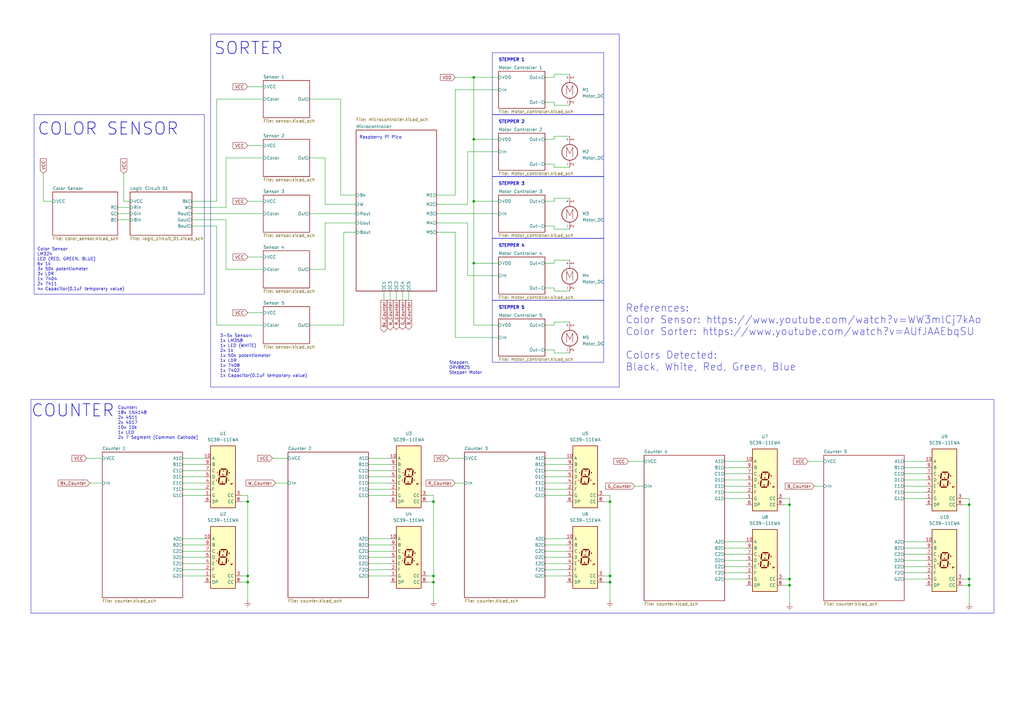
<source format=kicad_sch>
(kicad_sch (version 20230121) (generator eeschema)
  (paper "A3")
  (lib_symbols
    (symbol "Display_Character:SC39-11EWA"
      (property "Reference" "U" (at -3.81 13.97 0))
      (property "Value" "SC39-11EWA" (at 6.35 13.97 0))
      (symbol "SC39-11EWA_1_0"
        (text "A" (at 0.254 2.413 0) (effects (font (size 0.508 0.508))))
        (text "B" (at 2.54 1.651 0) (effects (font (size 0.508 0.508))))
        (text "C" (at 2.286 -1.397 0) (effects (font (size 0.508 0.508))))
        (text "D" (at -0.254 -2.159 0) (effects (font (size 0.508 0.508))))
        (text "DP" (at 3.556 -2.921 0) (effects (font (size 0.508 0.508))))
        (text "E" (at -2.54 -1.397 0) (effects (font (size 0.508 0.508))))
        (text "F" (at -2.286 1.651 0) (effects (font (size 0.508 0.508))))
        (text "G" (at 0 0.889 0) (effects (font (size 0.508 0.508))))
      )
      (symbol "SC39-11EWA_1_1"
        (rectangle (start -5.08 12.7) (end 5.08 -12.7) (stroke (width 0.254)) (fill (type background)))
        (polyline (pts (xy -1.524 -0.381) (xy -1.778 -2.413)) (stroke (width 0.508)))
        (polyline (pts (xy -1.27 -2.921) (xy 0.762 -2.921)) (stroke (width 0.508)))
        (polyline (pts (xy -1.27 2.667) (xy -1.524 0.635)) (stroke (width 0.508)))
        (polyline (pts (xy -1.016 0.127) (xy 1.016 0.127)) (stroke (width 0.508)))
        (polyline (pts (xy -0.762 3.175) (xy 1.27 3.175)) (stroke (width 0.508)))
        (polyline (pts (xy 1.524 -0.381) (xy 1.27 -2.413)) (stroke (width 0.508)))
        (polyline (pts (xy 1.778 2.667) (xy 1.524 0.635)) (stroke (width 0.508)))
        (polyline (pts (xy 2.54 -2.921) (xy 2.54 -2.921)) (stroke (width 0.508)))
        (pin input line (at -7.62 -7.62 0) (length 2.54) (name "G") (number "1"))
        (pin input line (at -7.62 7.62 0) (length 2.54) (name "A") (number "10"))
        (pin input line (at -7.62 -5.08 0) (length 2.54) (name "F") (number "2"))
        (pin input line (at 7.62 -7.62 180) (length 2.54) (name "CC") (number "3"))
        (pin input line (at -7.62 -2.54 0) (length 2.54) (name "E") (number "4"))
        (pin input line (at -7.62 0 0) (length 2.54) (name "D") (number "5"))
        (pin input line (at -7.62 -10.16 0) (length 2.54) (name "DP") (number "6"))
        (pin input line (at -7.62 2.54 0) (length 2.54) (name "C") (number "7"))
        (pin input line (at 7.62 -10.16 180) (length 2.54) (name "CC") (number "8"))
        (pin input line (at -7.62 5.08 0) (length 2.54) (name "B") (number "9"))
      )
    )
    (symbol "Motor:Motor_DC" (pin_names (offset 0))
      (property "Reference" "M" (at 2.54 2.54 0))
      (property "Value" "Motor_DC" (at 2.54 -5.08 0))
      (symbol "Motor_DC_0_0"
        (polyline (pts (xy -1.27 -3.302) (xy -1.27 0.508) (xy 0 -2.032) (xy 1.27 0.508) (xy 1.27 -3.302)))
      )
      (symbol "Motor_DC_0_1"
        (circle (center 0 -1.524) (radius 3.2512) (stroke (width 0.254)))
        (polyline (pts (xy 0 -7.62) (xy 0 -7.112)))
        (polyline (pts (xy 0 -4.7752) (xy 0 -5.1816)))
        (polyline (pts (xy 0 1.7272) (xy 0 2.0828)))
        (polyline (pts (xy 0 2.032) (xy 0 2.54)))
      )
      (symbol "Motor_DC_1_1"
        (pin passive line (at 0 5.08 270) (length 2.54) (name "+") (number "1"))
        (pin passive line (at 0 -7.62 90) (length 2.54) (name "-") (number "2"))
      )
    )
    (symbol "power:Earth" (power) (pin_names (offset 0))
      (symbol "Earth_0_1"
        (polyline (pts (xy -0.635 -1.905) (xy 0.635 -1.905)))
        (polyline (pts (xy -0.127 -2.54) (xy 0.127 -2.54)))
        (polyline (pts (xy 0 -1.27) (xy 0 0)))
        (polyline (pts (xy 1.27 -1.27) (xy -1.27 -1.27)))
      )
      (symbol "Earth_1_1"
        (pin power_in line (at 0 0 270) (length 0) hide (name "Earth") (number "1"))
      )
    )
  )
  (junction (at 250.19 205.74))
  (junction (at 101.6 236.22))
  (junction (at 194.31 107.95))
  (junction (at 323.85 240.03))
  (junction (at 101.6 205.74))
  (junction (at 250.19 238.76))
  (junction (at 323.85 207.01))
  (junction (at 177.8 236.22))
  (junction (at 177.8 238.76))
  (junction (at 194.31 31.75))
  (junction (at 397.51 237.49))
  (junction (at 194.31 82.55))
  (junction (at 323.85 237.49))
  (junction (at 101.6 238.76))
  (junction (at 250.19 236.22))
  (junction (at 397.51 240.03))
  (junction (at 177.8 205.74))
  (junction (at 194.31 57.15))
  (junction (at 397.51 207.01))
  (wire (pts (xy 223.52 228.6) (xy 232.41 228.6)))
  (wire (pts (xy 74.93 187.96) (xy 83.82 187.96)))
  (wire (pts (xy 394.97 207.01) (xy 397.51 207.01)))
  (wire (pts (xy 151.13 193.04) (xy 160.02 193.04)))
  (wire (pts (xy 397.51 237.49) (xy 397.51 240.03)))
  (wire (pts (xy 74.93 198.12) (xy 83.82 198.12)))
  (wire (pts (xy 223.52 203.2) (xy 232.41 203.2)))
  (wire (pts (xy 35.56 187.96) (xy 41.91 187.96)))
  (wire (pts (xy 127 133.35) (xy 140.97 133.35)))
  (wire (pts (xy 151.13 228.6) (xy 160.02 228.6)))
  (wire (pts (xy 186.69 31.75) (xy 194.31 31.75)))
  (wire (pts (xy 151.13 195.58) (xy 160.02 195.58)))
  (wire (pts (xy 194.31 82.55) (xy 204.47 82.55)))
  (wire (pts (xy 250.19 203.2) (xy 250.19 205.74)))
  (wire (pts (xy 133.35 64.77) (xy 127 64.77)))
  (wire (pts (xy 194.31 82.55) (xy 194.31 107.95)))
  (wire (pts (xy 74.93 236.22) (xy 83.82 236.22)))
  (wire (pts (xy 133.35 110.49) (xy 133.35 91.44)))
  (wire (pts (xy 99.06 203.2) (xy 101.6 203.2)))
  (wire (pts (xy 223.52 143.51) (xy 227.33 143.51)))
  (wire (pts (xy 227.33 82.55) (xy 227.33 81.28)))
  (wire (pts (xy 394.97 237.49) (xy 397.51 237.49)))
  (wire (pts (xy 186.69 138.43) (xy 204.47 138.43)))
  (wire (pts (xy 297.18 222.25) (xy 306.07 222.25)))
  (wire (pts (xy 48.26 87.63) (xy 53.34 87.63)))
  (wire (pts (xy 223.52 67.31) (xy 227.33 67.31)))
  (wire (pts (xy 36.83 198.12) (xy 41.91 198.12)))
  (wire (pts (xy 140.97 133.35) (xy 140.97 95.25)))
  (wire (pts (xy 247.65 205.74) (xy 250.19 205.74)))
  (wire (pts (xy 92.71 85.09) (xy 92.71 64.77)))
  (wire (pts (xy 204.47 133.35) (xy 194.31 133.35)))
  (wire (pts (xy 50.8 82.55) (xy 53.34 82.55)))
  (wire (pts (xy 175.26 238.76) (xy 177.8 238.76)))
  (wire (pts (xy 127 110.49) (xy 133.35 110.49)))
  (wire (pts (xy 223.52 187.96) (xy 232.41 187.96)))
  (wire (pts (xy 184.15 187.96) (xy 190.5 187.96)))
  (wire (pts (xy 323.85 207.01) (xy 323.85 237.49)))
  (wire (pts (xy 191.77 113.03) (xy 204.47 113.03)))
  (wire (pts (xy 151.13 220.98) (xy 160.02 220.98)))
  (wire (pts (xy 99.06 238.76) (xy 101.6 238.76)))
  (wire (pts (xy 370.84 199.39) (xy 379.73 199.39)))
  (wire (pts (xy 101.6 203.2) (xy 101.6 205.74)))
  (wire (pts (xy 74.93 228.6) (xy 83.82 228.6)))
  (wire (pts (xy 223.52 226.06) (xy 232.41 226.06)))
  (wire (pts (xy 334.01 199.39) (xy 337.82 199.39)))
  (wire (pts (xy 50.8 71.12) (xy 50.8 82.55)))
  (wire (pts (xy 88.9 133.35) (xy 107.95 133.35)))
  (wire (pts (xy 74.93 233.68) (xy 83.82 233.68)))
  (wire (pts (xy 397.51 204.47) (xy 397.51 207.01)))
  (wire (pts (xy 175.26 205.74) (xy 177.8 205.74)))
  (wire (pts (xy 99.06 236.22) (xy 101.6 236.22)))
  (wire (pts (xy 227.33 92.71) (xy 227.33 93.98)))
  (wire (pts (xy 321.31 207.01) (xy 323.85 207.01)))
  (wire (pts (xy 167.64 119.38) (xy 167.64 123.19)))
  (wire (pts (xy 151.13 200.66) (xy 160.02 200.66)))
  (wire (pts (xy 227.33 119.38) (xy 233.68 119.38)))
  (wire (pts (xy 223.52 220.98) (xy 232.41 220.98)))
  (wire (pts (xy 370.84 196.85) (xy 379.73 196.85)))
  (wire (pts (xy 370.84 189.23) (xy 379.73 189.23)))
  (wire (pts (xy 257.81 189.23) (xy 264.16 189.23)))
  (wire (pts (xy 227.33 132.08) (xy 233.68 132.08)))
  (wire (pts (xy 397.51 240.03) (xy 397.51 247.65)))
  (wire (pts (xy 297.18 232.41) (xy 306.07 232.41)))
  (wire (pts (xy 297.18 189.23) (xy 306.07 189.23)))
  (wire (pts (xy 186.69 198.12) (xy 190.5 198.12)))
  (wire (pts (xy 223.52 31.75) (xy 227.33 31.75)))
  (wire (pts (xy 323.85 237.49) (xy 323.85 240.03)))
  (wire (pts (xy 370.84 191.77) (xy 379.73 191.77)))
  (wire (pts (xy 227.33 118.11) (xy 227.33 119.38)))
  (wire (pts (xy 297.18 204.47) (xy 306.07 204.47)))
  (wire (pts (xy 127 87.63) (xy 146.05 87.63)))
  (wire (pts (xy 88.9 40.64) (xy 107.95 40.64)))
  (wire (pts (xy 227.33 93.98) (xy 233.68 93.98)))
  (wire (pts (xy 78.74 90.17) (xy 92.71 90.17)))
  (wire (pts (xy 323.85 240.03) (xy 323.85 247.65)))
  (wire (pts (xy 227.33 57.15) (xy 227.33 55.88)))
  (wire (pts (xy 227.33 41.91) (xy 227.33 43.18)))
  (wire (pts (xy 370.84 232.41) (xy 379.73 232.41)))
  (wire (pts (xy 101.6 82.55) (xy 107.95 82.55)))
  (wire (pts (xy 160.02 119.38) (xy 160.02 123.19)))
  (wire (pts (xy 227.33 107.95) (xy 227.33 106.68)))
  (wire (pts (xy 297.18 234.95) (xy 306.07 234.95)))
  (wire (pts (xy 101.6 59.69) (xy 107.95 59.69)))
  (wire (pts (xy 139.7 80.01) (xy 146.05 80.01)))
  (wire (pts (xy 17.78 82.55) (xy 21.59 82.55)))
  (wire (pts (xy 247.65 236.22) (xy 250.19 236.22)))
  (wire (pts (xy 191.77 91.44) (xy 191.77 113.03)))
  (wire (pts (xy 370.84 222.25) (xy 379.73 222.25)))
  (wire (pts (xy 165.1 119.38) (xy 165.1 123.19)))
  (wire (pts (xy 223.52 57.15) (xy 227.33 57.15)))
  (wire (pts (xy 74.93 220.98) (xy 83.82 220.98)))
  (wire (pts (xy 250.19 205.74) (xy 250.19 236.22)))
  (wire (pts (xy 179.07 91.44) (xy 191.77 91.44)))
  (wire (pts (xy 92.71 90.17) (xy 92.71 110.49)))
  (wire (pts (xy 297.18 227.33) (xy 306.07 227.33)))
  (wire (pts (xy 227.33 133.35) (xy 227.33 132.08)))
  (wire (pts (xy 227.33 81.28) (xy 233.68 81.28)))
  (wire (pts (xy 227.33 68.58) (xy 233.68 68.58)))
  (wire (pts (xy 88.9 40.64) (xy 88.9 82.55)))
  (wire (pts (xy 194.31 107.95) (xy 194.31 133.35)))
  (wire (pts (xy 321.31 240.03) (xy 323.85 240.03)))
  (wire (pts (xy 321.31 237.49) (xy 323.85 237.49)))
  (wire (pts (xy 151.13 226.06) (xy 160.02 226.06)))
  (wire (pts (xy 78.74 85.09) (xy 92.71 85.09)))
  (wire (pts (xy 194.31 31.75) (xy 204.47 31.75)))
  (wire (pts (xy 74.93 190.5) (xy 83.82 190.5)))
  (wire (pts (xy 297.18 199.39) (xy 306.07 199.39)))
  (wire (pts (xy 74.93 195.58) (xy 83.82 195.58)))
  (wire (pts (xy 151.13 187.96) (xy 160.02 187.96)))
  (wire (pts (xy 92.71 110.49) (xy 107.95 110.49)))
  (wire (pts (xy 297.18 229.87) (xy 306.07 229.87)))
  (wire (pts (xy 48.26 85.09) (xy 53.34 85.09)))
  (wire (pts (xy 177.8 203.2) (xy 177.8 205.74)))
  (wire (pts (xy 162.56 119.38) (xy 162.56 123.19)))
  (wire (pts (xy 194.31 107.95) (xy 204.47 107.95)))
  (wire (pts (xy 223.52 193.04) (xy 232.41 193.04)))
  (wire (pts (xy 111.76 187.96) (xy 118.11 187.96)))
  (wire (pts (xy 370.84 229.87) (xy 379.73 229.87)))
  (wire (pts (xy 186.69 36.83) (xy 204.47 36.83)))
  (wire (pts (xy 151.13 203.2) (xy 160.02 203.2)))
  (wire (pts (xy 223.52 190.5) (xy 232.41 190.5)))
  (wire (pts (xy 151.13 233.68) (xy 160.02 233.68)))
  (wire (pts (xy 223.52 107.95) (xy 227.33 107.95)))
  (wire (pts (xy 74.93 200.66) (xy 83.82 200.66)))
  (wire (pts (xy 297.18 194.31) (xy 306.07 194.31)))
  (wire (pts (xy 140.97 95.25) (xy 146.05 95.25)))
  (wire (pts (xy 175.26 203.2) (xy 177.8 203.2)))
  (wire (pts (xy 101.6 205.74) (xy 101.6 236.22)))
  (wire (pts (xy 223.52 236.22) (xy 232.41 236.22)))
  (wire (pts (xy 133.35 91.44) (xy 146.05 91.44)))
  (wire (pts (xy 227.33 30.48) (xy 233.68 30.48)))
  (wire (pts (xy 78.74 87.63) (xy 107.95 87.63)))
  (wire (pts (xy 113.03 198.12) (xy 118.11 198.12)))
  (wire (pts (xy 175.26 236.22) (xy 177.8 236.22)))
  (wire (pts (xy 17.78 71.12) (xy 17.78 82.55)))
  (wire (pts (xy 186.69 80.01) (xy 179.07 80.01)))
  (wire (pts (xy 101.6 236.22) (xy 101.6 238.76)))
  (wire (pts (xy 394.97 240.03) (xy 397.51 240.03)))
  (wire (pts (xy 179.07 95.25) (xy 186.69 95.25)))
  (wire (pts (xy 297.18 201.93) (xy 306.07 201.93)))
  (wire (pts (xy 223.52 231.14) (xy 232.41 231.14)))
  (wire (pts (xy 151.13 236.22) (xy 160.02 236.22)))
  (wire (pts (xy 227.33 144.78) (xy 233.68 144.78)))
  (wire (pts (xy 92.71 64.77) (xy 107.95 64.77)))
  (wire (pts (xy 223.52 195.58) (xy 232.41 195.58)))
  (wire (pts (xy 186.69 36.83) (xy 186.69 80.01)))
  (wire (pts (xy 74.93 231.14) (xy 83.82 231.14)))
  (wire (pts (xy 151.13 223.52) (xy 160.02 223.52)))
  (wire (pts (xy 127 40.64) (xy 139.7 40.64)))
  (wire (pts (xy 227.33 67.31) (xy 227.33 68.58)))
  (wire (pts (xy 101.6 35.56) (xy 107.95 35.56)))
  (wire (pts (xy 223.52 118.11) (xy 227.33 118.11)))
  (wire (pts (xy 88.9 92.71) (xy 88.9 133.35)))
  (wire (pts (xy 194.31 57.15) (xy 204.47 57.15)))
  (wire (pts (xy 370.84 234.95) (xy 379.73 234.95)))
  (wire (pts (xy 191.77 83.82) (xy 179.07 83.82)))
  (wire (pts (xy 323.85 204.47) (xy 323.85 207.01)))
  (wire (pts (xy 74.93 203.2) (xy 83.82 203.2)))
  (wire (pts (xy 157.48 119.38) (xy 157.48 123.19)))
  (wire (pts (xy 139.7 40.64) (xy 139.7 80.01)))
  (wire (pts (xy 370.84 201.93) (xy 379.73 201.93)))
  (wire (pts (xy 370.84 224.79) (xy 379.73 224.79)))
  (wire (pts (xy 250.19 236.22) (xy 250.19 238.76)))
  (wire (pts (xy 370.84 194.31) (xy 379.73 194.31)))
  (wire (pts (xy 260.35 199.39) (xy 264.16 199.39)))
  (wire (pts (xy 177.8 236.22) (xy 177.8 238.76)))
  (wire (pts (xy 223.52 198.12) (xy 232.41 198.12)))
  (wire (pts (xy 223.52 200.66) (xy 232.41 200.66)))
  (wire (pts (xy 250.19 238.76) (xy 250.19 246.38)))
  (wire (pts (xy 223.52 223.52) (xy 232.41 223.52)))
  (wire (pts (xy 74.93 193.04) (xy 83.82 193.04)))
  (wire (pts (xy 74.93 223.52) (xy 83.82 223.52)))
  (wire (pts (xy 101.6 238.76) (xy 101.6 246.38)))
  (wire (pts (xy 247.65 203.2) (xy 250.19 203.2)))
  (wire (pts (xy 223.52 133.35) (xy 227.33 133.35)))
  (wire (pts (xy 191.77 62.23) (xy 191.77 83.82)))
  (wire (pts (xy 99.06 205.74) (xy 101.6 205.74)))
  (wire (pts (xy 194.31 31.75) (xy 194.31 57.15)))
  (wire (pts (xy 297.18 224.79) (xy 306.07 224.79)))
  (wire (pts (xy 74.93 226.06) (xy 83.82 226.06)))
  (wire (pts (xy 223.52 41.91) (xy 227.33 41.91)))
  (wire (pts (xy 101.6 128.27) (xy 107.95 128.27)))
  (wire (pts (xy 331.47 189.23) (xy 337.82 189.23)))
  (wire (pts (xy 227.33 31.75) (xy 227.33 30.48)))
  (wire (pts (xy 223.52 233.68) (xy 232.41 233.68)))
  (wire (pts (xy 227.33 43.18) (xy 233.68 43.18)))
  (wire (pts (xy 297.18 196.85) (xy 306.07 196.85)))
  (wire (pts (xy 194.31 57.15) (xy 194.31 82.55)))
  (wire (pts (xy 133.35 83.82) (xy 133.35 64.77)))
  (wire (pts (xy 101.6 105.41) (xy 107.95 105.41)))
  (wire (pts (xy 394.97 204.47) (xy 397.51 204.47)))
  (wire (pts (xy 247.65 238.76) (xy 250.19 238.76)))
  (wire (pts (xy 297.18 237.49) (xy 306.07 237.49)))
  (wire (pts (xy 227.33 143.51) (xy 227.33 144.78)))
  (wire (pts (xy 179.07 87.63) (xy 204.47 87.63)))
  (wire (pts (xy 191.77 62.23) (xy 204.47 62.23)))
  (wire (pts (xy 223.52 92.71) (xy 227.33 92.71)))
  (wire (pts (xy 146.05 83.82) (xy 133.35 83.82)))
  (wire (pts (xy 370.84 204.47) (xy 379.73 204.47)))
  (wire (pts (xy 227.33 106.68) (xy 233.68 106.68)))
  (wire (pts (xy 177.8 205.74) (xy 177.8 236.22)))
  (wire (pts (xy 227.33 55.88) (xy 233.68 55.88)))
  (wire (pts (xy 223.52 82.55) (xy 227.33 82.55)))
  (wire (pts (xy 370.84 237.49) (xy 379.73 237.49)))
  (wire (pts (xy 321.31 204.47) (xy 323.85 204.47)))
  (wire (pts (xy 151.13 190.5) (xy 160.02 190.5)))
  (wire (pts (xy 370.84 227.33) (xy 379.73 227.33)))
  (wire (pts (xy 48.26 90.17) (xy 53.34 90.17)))
  (wire (pts (xy 297.18 191.77) (xy 306.07 191.77)))
  (wire (pts (xy 78.74 82.55) (xy 88.9 82.55)))
  (wire (pts (xy 151.13 231.14) (xy 160.02 231.14)))
  (wire (pts (xy 151.13 198.12) (xy 160.02 198.12)))
  (wire (pts (xy 78.74 92.71) (xy 88.9 92.71)))
  (wire (pts (xy 177.8 238.76) (xy 177.8 246.38)))
  (wire (pts (xy 186.69 95.25) (xy 186.69 138.43)))
  (wire (pts (xy 397.51 207.01) (xy 397.51 237.49)))
  (rectangle (start 201.93 46.99) (end 247.65 72.39))
  (rectangle (start 201.93 21.59) (end 247.65 46.99))
  (rectangle (start 13.97 46.99) (end 83.82 120.65))
  (rectangle (start 201.93 97.79) (end 247.65 123.19))
  (rectangle (start 86.36 13.97) (end 254 158.75))
  (rectangle (start 201.93 72.39) (end 247.65 97.79))
  (rectangle (start 201.93 123.19) (end 247.65 148.59))
  (rectangle (start 12.7 163.83) (end 407.67 251.46))
  (text "COLOR SENSOR" (at 15.24 55.88 0) (effects (font (size 5 5) (thickness 0.254) bold) (justify left bottom)))
  (text "Color Sensor\nLM324\nLED (RED, GREEN, BLUE)\n6x 1k\n3x 50k potentiometer\n3x LDR\n1x 7404\n2x 7411\n4x Capacitor(0.1uF temporary value)" (at 15.24 119.38 0) (effects (font (size 1.27 1.27)) (justify left bottom)))
  (text "STEPPER 2" (at 204.47 50.8 0) (effects (font (size 1.27 1.27) (thickness 0.254) bold) (justify left bottom)))
  (text "Stepper:\nDRV8825\nStepper Motor" (at 184.15 153.67 0) (effects (font (size 1.27 1.27)) (justify left bottom)))
  (text "3-5x Sensor:\n1x LM358\n1x LED (WHITE)\n2x 1k\n1x 50k potentiometer\n1x LDR\n1x 7408\n1x 7402\n1x Capacitor(0.1uF temporary value)" (at 90.17 154.94 0) (effects (font (size 1.27 1.27)) (justify left bottom)))
  (text "COUNTER" (at 12.7 171.45 0) (effects (font (size 5 5) (thickness 0.254) bold) (justify left bottom)))
  (text "References:\nColor Sensor: https://www.youtube.com/watch?v=WW3mlCj7kAo\nColor Sorter: https://www.youtube.com/watch?v=AUfJAAEbqSU\n\nColors Detected:\nBlack, White, Red, Green, Blue" (at 256.54 152.4 0) (effects (font (size 3 3)) (justify left bottom)))
  (text "STEPPER 4" (at 204.47 101.6 0) (effects (font (size 1.27 1.27) (thickness 0.254) bold) (justify left bottom)))
  (text "Raspberry Pi Pico" (at 147.32 57.15 0) (effects (font (size 1.27 1.27)) (justify left bottom)))
  (text "STEPPER 3" (at 204.47 76.2 0) (effects (font (size 1.27 1.27) (thickness 0.254) bold) (justify left bottom)))
  (text "STEPPER 5" (at 204.47 127 0) (effects (font (size 1.27 1.27) (thickness 0.254) bold) (justify left bottom)))
  (text "Counter:\n18x 1N4148\n2x 4511\n2x 4017\n10x 10k\n1x LED\n2x 7 Segment [Common Cathode]" (at 48.26 180.34 0) (effects (font (size 1.27 1.27)) (justify left bottom)))
  (text "STEPPER 1\n" (at 204.47 25.4 0) (effects (font (size 1.27 1.27) (thickness 0.254) bold) (justify left bottom)))
  (text "SORTER" (at 87.63 22.86 0) (effects (font (size 5 5) (thickness 0.254) bold) (justify left bottom)))
  (global_label "VCC" (shape input) (at 111.76 187.96 180) (property "Intersheetrefs" "${INTERSHEET_REFS}" (effects hide)))
  (global_label "Bk_Counter" (shape output) (at 157.48 123.19 270) (property "Intersheetrefs" "${INTERSHEET_REFS}" (effects hide)))
  (global_label "VCC" (shape input) (at 101.6 59.69 180) (property "Intersheetrefs" "${INTERSHEET_REFS}" (effects hide)))
  (global_label "VCC" (shape input) (at 17.78 71.12 90) (property "Intersheetrefs" "${INTERSHEET_REFS}" (effects hide)))
  (global_label "R_Counter" (shape input) (at 186.69 198.12 180) (property "Intersheetrefs" "${INTERSHEET_REFS}" (effects hide)))
  (global_label "VCC" (shape input) (at 101.6 35.56 180) (property "Intersheetrefs" "${INTERSHEET_REFS}" (effects hide)))
  (global_label "VCC" (shape input) (at 331.47 189.23 180) (property "Intersheetrefs" "${INTERSHEET_REFS}" (effects hide)))
  (global_label "VCC" (shape input) (at 50.8 71.12 90) (property "Intersheetrefs" "${INTERSHEET_REFS}" (effects hide)))
  (global_label "VCC" (shape input) (at 101.6 82.55 180) (property "Intersheetrefs" "${INTERSHEET_REFS}" (effects hide)))
  (global_label "VDD" (shape input) (at 186.69 31.75 180) (property "Intersheetrefs" "${INTERSHEET_REFS}" (effects hide)))
  (global_label "B_Counter" (shape input) (at 334.01 199.39 180) (property "Intersheetrefs" "${INTERSHEET_REFS}" (effects hide)))
  (global_label "VCC" (shape input) (at 101.6 128.27 180) (property "Intersheetrefs" "${INTERSHEET_REFS}" (effects hide)))
  (global_label "G_Counter" (shape input) (at 260.35 199.39 180) (property "Intersheetrefs" "${INTERSHEET_REFS}" (effects hide)))
  (global_label "Bk_Counter" (shape input) (at 36.83 198.12 180) (property "Intersheetrefs" "${INTERSHEET_REFS}" (effects hide)))
  (global_label "W_Counter" (shape output) (at 160.02 123.19 270) (property "Intersheetrefs" "${INTERSHEET_REFS}" (effects hide)))
  (global_label "VCC" (shape input) (at 184.15 187.96 180) (property "Intersheetrefs" "${INTERSHEET_REFS}" (effects hide)))
  (global_label "VCC" (shape input) (at 101.6 105.41 180) (property "Intersheetrefs" "${INTERSHEET_REFS}" (effects hide)))
  (global_label "R_Counter" (shape output) (at 162.56 123.19 270) (property "Intersheetrefs" "${INTERSHEET_REFS}" (effects hide)))
  (global_label "W_Counter" (shape input) (at 113.03 198.12 180) (property "Intersheetrefs" "${INTERSHEET_REFS}" (effects hide)))
  (global_label "VCC" (shape input) (at 257.81 189.23 180) (property "Intersheetrefs" "${INTERSHEET_REFS}" (effects hide)))
  (global_label "B_Counter" (shape output) (at 167.64 123.19 270) (property "Intersheetrefs" "${INTERSHEET_REFS}" (effects hide)))
  (global_label "G_Counter" (shape output) (at 165.1 123.19 270) (property "Intersheetrefs" "${INTERSHEET_REFS}" (effects hide)))
  (global_label "VCC" (shape input) (at 35.56 187.96 180) (property "Intersheetrefs" "${INTERSHEET_REFS}" (effects hide)))
  (symbol (lib_id "Motor:Motor_DC") (at 233.68 86.36 0) (unit 1)
    (property "Reference" "M3" (at 238.76 87.63 0) (effects (justify left)))
    (property "Value" "Motor_DC" (at 238.76 90.17 0) (effects (justify left)))
  )
  (symbol (lib_id "power:Earth") (at 101.6 246.38 0) (unit 1)
    (property "Reference" "#PWR01" (effects hide))
    (property "Value" "Earth" (effects hide))
  )
  (symbol (lib_id "Motor:Motor_DC") (at 233.68 35.56 0) (unit 1)
    (property "Reference" "M1" (at 238.76 36.83 0) (effects (justify left)))
    (property "Value" "Motor_DC" (at 238.76 39.37 0) (effects (justify left)))
  )
  (symbol (lib_id "Display_Character:SC39-11EWA") (at 313.69 229.87 0) (unit 1)
    (property "Reference" "U8" (at 313.69 212.09 0))
    (property "Value" "SC39-11EWA" (at 313.69 214.63 0))
    (property "Footprint" "Display_7Segment:Sx39-1xxxxx" (effects hide))
    (property "Datasheet" "http://www.kingbrightusa.com/images/catalog/SPEC/sc39-11ewa.pdf" (effects hide))
  )
  (symbol (lib_id "Display_Character:SC39-11EWA") (at 167.64 228.6 0) (unit 1)
    (property "Reference" "U4" (at 167.64 210.82 0))
    (property "Value" "SC39-11EWA" (at 167.64 213.36 0))
    (property "Footprint" "Display_7Segment:Sx39-1xxxxx" (effects hide))
    (property "Datasheet" "http://www.kingbrightusa.com/images/catalog/SPEC/sc39-11ewa.pdf" (effects hide))
  )
  (symbol (lib_id "Motor:Motor_DC") (at 233.68 111.76 0) (unit 1)
    (property "Reference" "M4" (at 238.76 113.03 0) (effects (justify left)))
    (property "Value" "Motor_DC" (at 238.76 115.57 0) (effects (justify left)))
  )
  (symbol (lib_id "Display_Character:SC39-11EWA") (at 91.44 195.58 0) (unit 1)
    (property "Reference" "U1" (at 91.44 177.8 0))
    (property "Value" "SC39-11EWA" (at 91.44 180.34 0))
    (property "Footprint" "Display_7Segment:Sx39-1xxxxx" (effects hide))
    (property "Datasheet" "http://www.kingbrightusa.com/images/catalog/SPEC/sc39-11ewa.pdf" (effects hide))
  )
  (symbol (lib_id "power:Earth") (at 397.51 247.65 0) (unit 1)
    (property "Reference" "#PWR05" (effects hide))
    (property "Value" "Earth" (effects hide))
  )
  (symbol (lib_id "Display_Character:SC39-11EWA") (at 387.35 196.85 0) (unit 1)
    (property "Reference" "U9" (at 387.35 179.07 0))
    (property "Value" "SC39-11EWA" (at 387.35 181.61 0))
    (property "Footprint" "Display_7Segment:Sx39-1xxxxx" (effects hide))
    (property "Datasheet" "http://www.kingbrightusa.com/images/catalog/SPEC/sc39-11ewa.pdf" (effects hide))
  )
  (symbol (lib_id "Display_Character:SC39-11EWA") (at 167.64 195.58 0) (unit 1)
    (property "Reference" "U3" (at 167.64 177.8 0))
    (property "Value" "SC39-11EWA" (at 167.64 180.34 0))
    (property "Footprint" "Display_7Segment:Sx39-1xxxxx" (effects hide))
    (property "Datasheet" "http://www.kingbrightusa.com/images/catalog/SPEC/sc39-11ewa.pdf" (effects hide))
  )
  (symbol (lib_id "power:Earth") (at 323.85 247.65 0) (unit 1)
    (property "Reference" "#PWR04" (effects hide))
    (property "Value" "Earth" (effects hide))
  )
  (symbol (lib_id "Motor:Motor_DC") (at 233.68 60.96 0) (unit 1)
    (property "Reference" "M2" (at 238.76 62.23 0) (effects (justify left)))
    (property "Value" "Motor_DC" (at 238.76 64.77 0) (effects (justify left)))
  )
  (symbol (lib_id "power:Earth") (at 177.8 246.38 0) (unit 1)
    (property "Reference" "#PWR02" (effects hide))
    (property "Value" "Earth" (effects hide))
  )
  (symbol (lib_id "power:Earth") (at 250.19 246.38 0) (unit 1)
    (property "Reference" "#PWR03" (effects hide))
    (property "Value" "Earth" (effects hide))
  )
  (symbol (lib_id "Display_Character:SC39-11EWA") (at 240.03 195.58 0) (unit 1)
    (property "Reference" "U5" (at 240.03 177.8 0))
    (property "Value" "SC39-11EWA" (at 240.03 180.34 0))
    (property "Footprint" "Display_7Segment:Sx39-1xxxxx" (effects hide))
    (property "Datasheet" "http://www.kingbrightusa.com/images/catalog/SPEC/sc39-11ewa.pdf" (effects hide))
  )
  (symbol (lib_id "Display_Character:SC39-11EWA") (at 240.03 228.6 0) (unit 1)
    (property "Reference" "U6" (at 240.03 210.82 0))
    (property "Value" "SC39-11EWA" (at 240.03 213.36 0))
    (property "Footprint" "Display_7Segment:Sx39-1xxxxx" (effects hide))
    (property "Datasheet" "http://www.kingbrightusa.com/images/catalog/SPEC/sc39-11ewa.pdf" (effects hide))
  )
  (symbol (lib_id "Display_Character:SC39-11EWA") (at 313.69 196.85 0) (unit 1)
    (property "Reference" "U7" (at 313.69 179.07 0))
    (property "Value" "SC39-11EWA" (at 313.69 181.61 0))
    (property "Footprint" "Display_7Segment:Sx39-1xxxxx" (effects hide))
    (property "Datasheet" "http://www.kingbrightusa.com/images/catalog/SPEC/sc39-11ewa.pdf" (effects hide))
  )
  (symbol (lib_id "Display_Character:SC39-11EWA") (at 387.35 229.87 0) (unit 1)
    (property "Reference" "U10" (at 387.35 212.09 0))
    (property "Value" "SC39-11EWA" (at 387.35 214.63 0))
    (property "Footprint" "Display_7Segment:Sx39-1xxxxx" (effects hide))
    (property "Datasheet" "http://www.kingbrightusa.com/images/catalog/SPEC/sc39-11ewa.pdf" (effects hide))
  )
  (symbol (lib_id "Display_Character:SC39-11EWA") (at 91.44 228.6 0) (unit 1)
    (property "Reference" "U2" (at 91.44 210.82 0))
    (property "Value" "SC39-11EWA" (at 91.44 213.36 0))
    (property "Footprint" "Display_7Segment:Sx39-1xxxxx" (effects hide))
    (property "Datasheet" "http://www.kingbrightusa.com/images/catalog/SPEC/sc39-11ewa.pdf" (effects hide))
  )
  (symbol (lib_id "Motor:Motor_DC") (at 233.68 137.16 0) (unit 1)
    (property "Reference" "M5" (at 238.76 138.43 0) (effects (justify left)))
    (property "Value" "Motor_DC" (at 238.76 140.97 0) (effects (justify left)))
  )
  (sheet (at 107.95 57.15) (size 19.05 15.24) (stroke (width 0.1524))
    (property "Sheetname" "Sensor 2" (at 107.95 56.4384 0) (effects (justify left bottom)))
    (property "Sheetfile" "sensor.kicad_sch" (at 107.95 72.9746 0) (effects (justify left top)))
    (pin "Color" input (at 107.95 64.77 180))
    (pin "VCC" input (at 107.95 59.69 180))
    (pin "Out" output (at 127 64.77 0))
  )
  (sheet (at 264.16 186.69) (size 33.02 59.69) (stroke (width 0.1524))
    (property "Sheetname" "Counter 4" (at 264.16 185.9784 0) (effects (justify left bottom)))
    (property "Sheetfile" "counter.kicad_sch" (at 264.16 246.9646 0) (effects (justify left top)))
    (pin "VCC" input (at 264.16 189.23 180))
    (pin "In" input (at 264.16 199.39 180))
    (pin "C2" output (at 297.18 227.33 0))
    (pin "B2" output (at 297.18 224.79 0))
    (pin "F2" output (at 297.18 234.95 0))
    (pin "E2" output (at 297.18 232.41 0))
    (pin "D2" output (at 297.18 229.87 0))
    (pin "A2" output (at 297.18 222.25 0))
    (pin "G2" output (at 297.18 237.49 0))
    (pin "B1" output (at 297.18 191.77 0))
    (pin "A1" output (at 297.18 189.23 0))
    (pin "C1" output (at 297.18 194.31 0))
    (pin "D1" output (at 297.18 196.85 0))
    (pin "E1" output (at 297.18 199.39 0))
    (pin "F1" output (at 297.18 201.93 0))
    (pin "G1" output (at 297.18 204.47 0))
  )
  (sheet (at 204.47 80.01) (size 19.05 15.24) (stroke (width 0.1524))
    (property "Sheetname" "Motor Controller 3" (at 204.47 79.2984 0) (effects (justify left bottom)))
    (property "Sheetfile" "motor_controller.kicad_sch" (at 204.47 95.8346 0) (effects (justify left top)))
    (pin "VDD" input (at 204.47 82.55 180))
    (pin "In" input (at 204.47 87.63 180))
    (pin "Out+" output (at 223.52 82.55 0))
    (pin "Out-" output (at 223.52 92.71 0))
  )
  (sheet (at 107.95 125.73) (size 19.05 15.24) (stroke (width 0.1524))
    (property "Sheetname" "Sensor 5" (at 107.95 125.0184 0) (effects (justify left bottom)))
    (property "Sheetfile" "sensor.kicad_sch" (at 107.95 141.5546 0) (effects (justify left top)))
    (pin "Color" input (at 107.95 133.35 180))
    (pin "VCC" input (at 107.95 128.27 180))
    (pin "Out" output (at 127 133.35 0))
  )
  (sheet (at 21.59 78.74) (size 26.67 17.78) (stroke (width 0.1524))
    (property "Sheetname" "Color Sensor" (at 21.59 78.0284 0) (effects (justify left bottom)))
    (property "Sheetfile" "color_sensor.kicad_sch" (at 21.59 97.1046 0) (effects (justify left top)))
    (pin "B" output (at 48.26 90.17 0))
    (pin "G" output (at 48.26 87.63 0))
    (pin "R" output (at 48.26 85.09 0))
    (pin "VCC" input (at 21.59 82.55 180))
  )
  (sheet (at 204.47 29.21) (size 19.05 15.24) (stroke (width 0.1524))
    (property "Sheetname" "Motor Controller 1" (at 204.47 28.4984 0) (effects (justify left bottom)))
    (property "Sheetfile" "motor_controller.kicad_sch" (at 204.47 45.0346 0) (effects (justify left top)))
    (pin "VDD" input (at 204.47 31.75 180))
    (pin "In" input (at 204.47 36.83 180))
    (pin "Out+" output (at 223.52 31.75 0))
    (pin "Out-" output (at 223.52 41.91 0))
  )
  (sheet (at 204.47 130.81) (size 19.05 15.24) (stroke (width 0.1524))
    (property "Sheetname" "Motor Controller 5" (at 204.47 130.0984 0) (effects (justify left bottom)))
    (property "Sheetfile" "motor_controller.kicad_sch" (at 204.47 146.6346 0) (effects (justify left top)))
    (pin "VDD" input (at 204.47 133.35 180))
    (pin "In" input (at 204.47 138.43 180))
    (pin "Out+" output (at 223.52 133.35 0))
    (pin "Out-" output (at 223.52 143.51 0))
  )
  (sheet (at 41.91 185.42) (size 33.02 59.69) (stroke (width 0.1524))
    (property "Sheetname" "Counter 1" (at 41.91 184.7084 0) (effects (justify left bottom)))
    (property "Sheetfile" "counter.kicad_sch" (at 41.91 245.6946 0) (effects (justify left top)))
    (pin "VCC" input (at 41.91 187.96 180))
    (pin "In" input (at 41.91 198.12 180))
    (pin "C2" output (at 74.93 226.06 0))
    (pin "B2" output (at 74.93 223.52 0))
    (pin "F2" output (at 74.93 233.68 0))
    (pin "E2" output (at 74.93 231.14 0))
    (pin "D2" output (at 74.93 228.6 0))
    (pin "A2" output (at 74.93 220.98 0))
    (pin "G2" output (at 74.93 236.22 0))
    (pin "B1" output (at 74.93 190.5 0))
    (pin "A1" output (at 74.93 187.96 0))
    (pin "C1" output (at 74.93 193.04 0))
    (pin "D1" output (at 74.93 195.58 0))
    (pin "E1" output (at 74.93 198.12 0))
    (pin "F1" output (at 74.93 200.66 0))
    (pin "G1" output (at 74.93 203.2 0))
  )
  (sheet (at 53.34 78.74) (size 25.4 17.78) (stroke (width 0.1524))
    (property "Sheetname" "Logic Circuit 01" (at 53.34 78.0284 0) (effects (justify left bottom)))
    (property "Sheetfile" "logic_circuit_01.kicad_sch" (at 53.34 97.1046 0) (effects (justify left top)))
    (pin "VCC" input (at 53.34 82.55 180))
    (pin "Gout" output (at 78.74 90.17 0))
    (pin "Bout" output (at 78.74 92.71 0))
    (pin "Rout" output (at 78.74 87.63 0))
    (pin "Bk" output (at 78.74 82.55 0))
    (pin "W" output (at 78.74 85.09 0))
    (pin "Bin" input (at 53.34 90.17 180))
    (pin "Gin" input (at 53.34 87.63 180))
    (pin "Rin" input (at 53.34 85.09 180))
  )
  (sheet (at 146.05 53.34) (size 33.02 66.04) (stroke (width 0.1524))
    (property "Sheetname" "Microcontroller" (at 146.05 52.6284 0) (effects (justify left bottom)))
    (property "Sheetfile" "microcontroller.kicad_sch" (at 146.05 48.26 0) (effects (justify left top)))
    (pin "Rout" input (at 146.05 87.63 180))
    (pin "Gout" input (at 146.05 91.44 180))
    (pin "W" input (at 146.05 83.82 180))
    (pin "Bout" input (at 146.05 95.25 180))
    (pin "Bk" input (at 146.05 80.01 180))
    (pin "M1" output (at 179.07 80.01 0))
    (pin "M4" output (at 179.07 91.44 0))
    (pin "M2" output (at 179.07 83.82 0))
    (pin "M3" output (at 179.07 87.63 0))
    (pin "M5" output (at 179.07 95.25 0))
    (pin "C1" output (at 157.48 119.38 270))
    (pin "C3" output (at 160.02 119.38 270))
    (pin "C2" output (at 162.56 119.38 270))
    (pin "C4" output (at 165.1 119.38 270))
    (pin "C5" output (at 167.64 119.38 270))
  )
  (sheet (at 204.47 54.61) (size 19.05 15.24) (stroke (width 0.1524))
    (property "Sheetname" "Motor Controller 2" (at 204.47 53.8984 0) (effects (justify left bottom)))
    (property "Sheetfile" "motor_controller.kicad_sch" (at 204.47 70.4346 0) (effects (justify left top)))
    (pin "VDD" input (at 204.47 57.15 180))
    (pin "In" input (at 204.47 62.23 180))
    (pin "Out+" output (at 223.52 57.15 0))
    (pin "Out-" output (at 223.52 67.31 0))
  )
  (sheet (at 107.95 102.87) (size 19.05 15.24) (stroke (width 0.1524))
    (property "Sheetname" "Sensor 4" (at 107.95 102.1584 0) (effects (justify left bottom)))
    (property "Sheetfile" "sensor.kicad_sch" (at 107.95 118.6946 0) (effects (justify left top)))
    (pin "Color" input (at 107.95 110.49 180))
    (pin "VCC" input (at 107.95 105.41 180))
    (pin "Out" output (at 127 110.49 0))
  )
  (sheet (at 337.82 186.69) (size 33.02 59.69) (stroke (width 0.1524))
    (property "Sheetname" "Counter 5" (at 337.82 185.9784 0) (effects (justify left bottom)))
    (property "Sheetfile" "counter.kicad_sch" (at 337.82 246.9646 0) (effects (justify left top)))
    (pin "VCC" input (at 337.82 189.23 180))
    (pin "In" input (at 337.82 199.39 180))
    (pin "C2" output (at 370.84 227.33 0))
    (pin "B2" output (at 370.84 224.79 0))
    (pin "F2" output (at 370.84 234.95 0))
    (pin "E2" output (at 370.84 232.41 0))
    (pin "D2" output (at 370.84 229.87 0))
    (pin "A2" output (at 370.84 222.25 0))
    (pin "G2" output (at 370.84 237.49 0))
    (pin "B1" output (at 370.84 191.77 0))
    (pin "A1" output (at 370.84 189.23 0))
    (pin "C1" output (at 370.84 194.31 0))
    (pin "D1" output (at 370.84 196.85 0))
    (pin "E1" output (at 370.84 199.39 0))
    (pin "F1" output (at 370.84 201.93 0))
    (pin "G1" output (at 370.84 204.47 0))
  )
  (sheet (at 107.95 33.02) (size 19.05 15.24) (stroke (width 0.1524))
    (property "Sheetname" "Sensor 1" (at 107.95 32.3084 0) (effects (justify left bottom)))
    (property "Sheetfile" "sensor.kicad_sch" (at 107.95 48.8446 0) (effects (justify left top)))
    (pin "Color" input (at 107.95 40.64 180))
    (pin "VCC" input (at 107.95 35.56 180))
    (pin "Out" output (at 127 40.64 0))
  )
  (sheet (at 118.11 185.42) (size 33.02 59.69) (stroke (width 0.1524))
    (property "Sheetname" "Counter 2" (at 118.11 184.7084 0) (effects (justify left bottom)))
    (property "Sheetfile" "counter.kicad_sch" (at 118.11 245.6946 0) (effects (justify left top)))
    (pin "VCC" input (at 118.11 187.96 180))
    (pin "In" input (at 118.11 198.12 180))
    (pin "C2" output (at 151.13 226.06 0))
    (pin "B2" output (at 151.13 223.52 0))
    (pin "F2" output (at 151.13 233.68 0))
    (pin "E2" output (at 151.13 231.14 0))
    (pin "D2" output (at 151.13 228.6 0))
    (pin "A2" output (at 151.13 220.98 0))
    (pin "G2" output (at 151.13 236.22 0))
    (pin "B1" output (at 151.13 190.5 0))
    (pin "A1" output (at 151.13 187.96 0))
    (pin "C1" output (at 151.13 193.04 0))
    (pin "D1" output (at 151.13 195.58 0))
    (pin "E1" output (at 151.13 198.12 0))
    (pin "F1" output (at 151.13 200.66 0))
    (pin "G1" output (at 151.13 203.2 0))
  )
  (sheet (at 190.5 185.42) (size 33.02 59.69) (stroke (width 0.1524))
    (property "Sheetname" "Counter 3" (at 190.5 184.7084 0) (effects (justify left bottom)))
    (property "Sheetfile" "counter.kicad_sch" (at 190.5 245.6946 0) (effects (justify left top)))
    (pin "VCC" input (at 190.5 187.96 180))
    (pin "In" input (at 190.5 198.12 180))
    (pin "C2" output (at 223.52 226.06 0))
    (pin "B2" output (at 223.52 223.52 0))
    (pin "F2" output (at 223.52 233.68 0))
    (pin "E2" output (at 223.52 231.14 0))
    (pin "D2" output (at 223.52 228.6 0))
    (pin "A2" output (at 223.52 220.98 0))
    (pin "G2" output (at 223.52 236.22 0))
    (pin "B1" output (at 223.52 190.5 0))
    (pin "A1" output (at 223.52 187.96 0))
    (pin "C1" output (at 223.52 193.04 0))
    (pin "D1" output (at 223.52 195.58 0))
    (pin "E1" output (at 223.52 198.12 0))
    (pin "F1" output (at 223.52 200.66 0))
    (pin "G1" output (at 223.52 203.2 0))
  )
  (sheet (at 107.95 80.01) (size 19.05 15.24) (stroke (width 0.1524))
    (property "Sheetname" "Sensor 3" (at 107.95 79.2984 0) (effects (justify left bottom)))
    (property "Sheetfile" "sensor.kicad_sch" (at 107.95 95.8346 0) (effects (justify left top)))
    (pin "Color" input (at 107.95 87.63 180))
    (pin "VCC" input (at 107.95 82.55 180))
    (pin "Out" output (at 127 87.63 0))
  )
  (sheet (at 204.47 105.41) (size 19.05 15.24) (stroke (width 0.1524))
    (property "Sheetname" "Motor Controller 4" (at 204.47 104.6984 0) (effects (justify left bottom)))
    (property "Sheetfile" "motor_controller.kicad_sch" (at 204.47 121.2346 0) (effects (justify left top)))
    (pin "VDD" input (at 204.47 107.95 180))
    (pin "In" input (at 204.47 113.03 180))
    (pin "Out+" output (at 223.52 107.95 0))
    (pin "Out-" output (at 223.52 118.11 0))
  )
)
</source>
